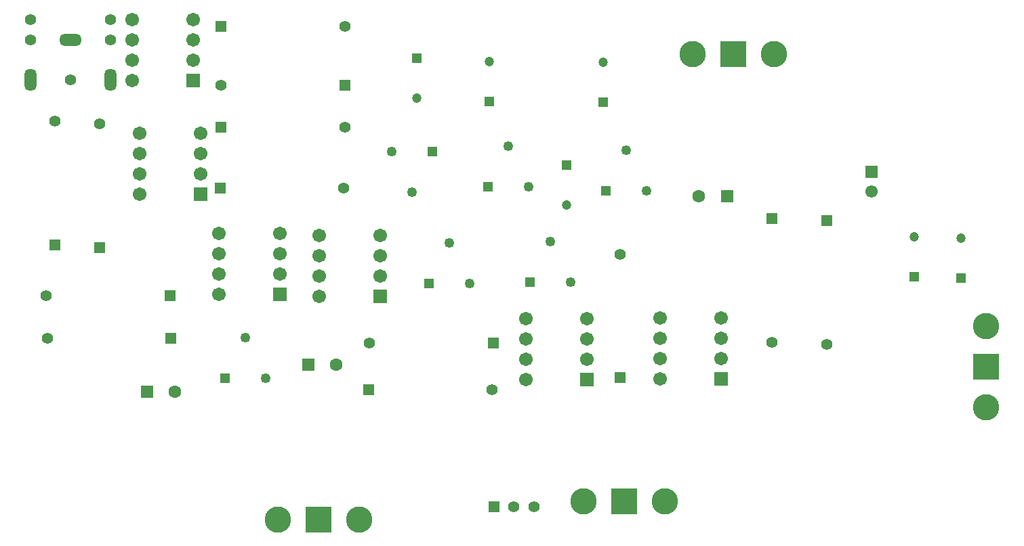
<source format=gts>
G04*
G04 #@! TF.GenerationSoftware,Altium Limited,Altium Designer,24.5.2 (23)*
G04*
G04 Layer_Color=8388736*
%FSLAX44Y44*%
%MOMM*%
G71*
G04*
G04 #@! TF.SameCoordinates,504B62B8-D43C-4730-976B-65A65C3D763D*
G04*
G04*
G04 #@! TF.FilePolarity,Negative*
G04*
G01*
G75*
%ADD16C,1.4032*%
%ADD17O,1.5112X2.8192*%
%ADD18O,2.8192X1.5112*%
%ADD19R,3.2992X3.2992*%
%ADD20C,3.2992*%
%ADD21R,1.7032X1.7032*%
%ADD22C,1.7032*%
%ADD23C,1.2000*%
%ADD24R,1.2000X1.2000*%
%ADD25C,1.4000*%
%ADD26R,1.4000X1.4000*%
%ADD27R,1.4000X1.4000*%
%ADD28R,1.5500X1.5500*%
%ADD29C,1.5500*%
%ADD30R,1.2500X1.2500*%
%ADD31C,1.2500*%
%ADD32R,1.6032X1.6032*%
%ADD33C,1.6032*%
%ADD34R,3.2992X3.2992*%
D16*
X355130Y1125220D02*
D03*
Y1150220D02*
D03*
X405130Y1075220D02*
D03*
X455130Y1125220D02*
D03*
Y1150220D02*
D03*
D17*
Y1075220D02*
D03*
X355130D02*
D03*
D18*
X405130Y1125220D02*
D03*
D19*
X1233170Y1107440D02*
D03*
X715010Y524510D02*
D03*
X1097280Y547370D02*
D03*
D20*
X1182370Y1107440D02*
D03*
X1283970D02*
D03*
X1549400Y767080D02*
D03*
Y665480D02*
D03*
X765810Y524510D02*
D03*
X664210D02*
D03*
X1046480Y547370D02*
D03*
X1148080D02*
D03*
D21*
X567690Y932180D02*
D03*
X558800Y1074420D02*
D03*
X666750Y806450D02*
D03*
X792480Y803910D02*
D03*
X1217930Y701040D02*
D03*
X1050290Y699770D02*
D03*
D22*
X567690Y957580D02*
D03*
Y982980D02*
D03*
Y1008380D02*
D03*
X491490Y932180D02*
D03*
Y957580D02*
D03*
Y982980D02*
D03*
Y1008380D02*
D03*
X558800Y1099820D02*
D03*
Y1125220D02*
D03*
Y1150620D02*
D03*
X482600Y1074420D02*
D03*
Y1099820D02*
D03*
Y1125220D02*
D03*
Y1150620D02*
D03*
X666750Y831850D02*
D03*
Y857250D02*
D03*
Y882650D02*
D03*
X590550Y806450D02*
D03*
Y831850D02*
D03*
Y857250D02*
D03*
Y882650D02*
D03*
X792480Y829310D02*
D03*
Y854710D02*
D03*
Y880110D02*
D03*
X716280Y803910D02*
D03*
Y829310D02*
D03*
Y854710D02*
D03*
Y880110D02*
D03*
X1217930Y726440D02*
D03*
Y751840D02*
D03*
Y777240D02*
D03*
X1141730Y701040D02*
D03*
Y726440D02*
D03*
Y751840D02*
D03*
Y777240D02*
D03*
X1050290Y725170D02*
D03*
Y750570D02*
D03*
Y775970D02*
D03*
X974090Y699770D02*
D03*
Y725170D02*
D03*
Y750570D02*
D03*
Y775970D02*
D03*
D23*
X928370Y1098150D02*
D03*
X838200Y1051960D02*
D03*
X1024890Y918210D02*
D03*
X1459230Y878440D02*
D03*
X1517650Y877170D02*
D03*
X1070610Y1096880D02*
D03*
D24*
X928370Y1048150D02*
D03*
X838200Y1101960D02*
D03*
X1024890Y968210D02*
D03*
X1459230Y828440D02*
D03*
X1517650Y827170D02*
D03*
X1070610Y1046880D02*
D03*
D25*
X1281430Y746930D02*
D03*
X984250Y541020D02*
D03*
X959250D02*
D03*
X747860Y1141730D02*
D03*
X441960Y1019810D02*
D03*
X386080Y1023450D02*
D03*
X747860Y1016000D02*
D03*
X376090Y751840D02*
D03*
X593260Y1068070D02*
D03*
X374990Y805180D02*
D03*
X746590Y939800D02*
D03*
X778680Y745490D02*
D03*
X1350010Y744390D02*
D03*
X932010Y687070D02*
D03*
X1092200Y856910D02*
D03*
D26*
X1281430Y901530D02*
D03*
X441960Y865210D02*
D03*
X386080Y868850D02*
D03*
X1350010Y898990D02*
D03*
X1092200Y702310D02*
D03*
D27*
X934250Y541020D02*
D03*
X593260Y1141730D02*
D03*
Y1016000D02*
D03*
X530690Y751840D02*
D03*
X747860Y1068070D02*
D03*
X529590Y805180D02*
D03*
X591990Y939800D02*
D03*
X933280Y745490D02*
D03*
X777410Y687070D02*
D03*
D28*
X1405890Y960120D02*
D03*
D29*
Y935120D02*
D03*
D30*
X857250Y985520D02*
D03*
X927100Y941070D02*
D03*
X1074420Y935990D02*
D03*
X853440Y820420D02*
D03*
X979170Y821690D02*
D03*
X598170Y701650D02*
D03*
D31*
X806450Y985520D02*
D03*
X831850Y934720D02*
D03*
X977900Y941070D02*
D03*
X952500Y991870D02*
D03*
X1099820Y986790D02*
D03*
X1125220Y935990D02*
D03*
X878840Y871220D02*
D03*
X904240Y820420D02*
D03*
X1004570Y872490D02*
D03*
X1029970Y821690D02*
D03*
X623570Y752450D02*
D03*
X648970Y701650D02*
D03*
D32*
X702310Y718820D02*
D03*
X1225270Y929640D02*
D03*
X500660Y684530D02*
D03*
D33*
X737310Y718820D02*
D03*
X1190270Y929640D02*
D03*
X535660Y684530D02*
D03*
D34*
X1549400Y716280D02*
D03*
M02*

</source>
